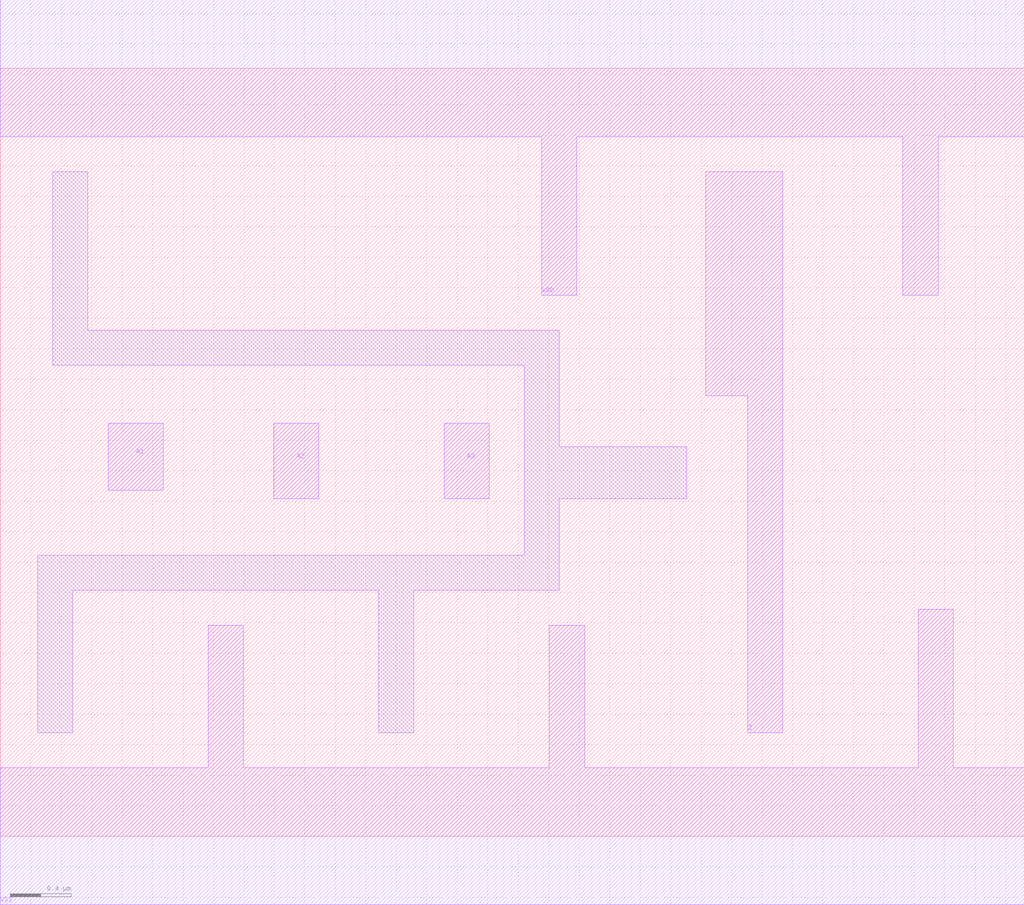
<source format=lef>
# Copyright 2022 GlobalFoundries PDK Authors
#
# Licensed under the Apache License, Version 2.0 (the "License");
# you may not use this file except in compliance with the License.
# You may obtain a copy of the License at
#
#      http://www.apache.org/licenses/LICENSE-2.0
#
# Unless required by applicable law or agreed to in writing, software
# distributed under the License is distributed on an "AS IS" BASIS,
# WITHOUT WARRANTIES OR CONDITIONS OF ANY KIND, either express or implied.
# See the License for the specific language governing permissions and
# limitations under the License.

MACRO gf180mcu_fd_sc_mcu9t5v0__or3_2
  CLASS core ;
  FOREIGN gf180mcu_fd_sc_mcu9t5v0__or3_2 0.0 0.0 ;
  ORIGIN 0 0 ;
  SYMMETRY X Y ;
  SITE GF018hv5v_green_sc9 ;
  SIZE 6.72 BY 5.04 ;
  PIN A1
    DIRECTION INPUT ;
    ANTENNAGATEAREA 1.545 ;
    PORT
      LAYER METAL1 ;
        POLYGON 0.71 2.27 1.07 2.27 1.07 2.71 0.71 2.71  ;
    END
  END A1
  PIN A2
    DIRECTION INPUT ;
    ANTENNAGATEAREA 1.545 ;
    PORT
      LAYER METAL1 ;
        POLYGON 1.795 2.215 2.09 2.215 2.09 2.71 1.795 2.71  ;
    END
  END A2
  PIN A3
    DIRECTION INPUT ;
    ANTENNAGATEAREA 1.545 ;
    PORT
      LAYER METAL1 ;
        POLYGON 2.915 2.215 3.21 2.215 3.21 2.71 2.915 2.71  ;
    END
  END A3
  PIN Z
    DIRECTION OUTPUT ;
    ANTENNADIFFAREA 1.7295 ;
    PORT
      LAYER METAL1 ;
        POLYGON 4.63 2.89 4.905 2.89 4.905 0.68 5.135 0.68 5.135 4.36 4.63 4.36  ;
    END
  END Z
  PIN VDD
    DIRECTION INOUT ;
    USE power ;
    SHAPE ABUTMENT ;
    PORT
      LAYER METAL1 ;
        POLYGON 0 4.59 3.555 4.59 3.555 3.55 3.785 3.55 3.785 4.59 4.505 4.59 5.925 4.59 5.925 3.55 6.155 3.55 6.155 4.59 6.72 4.59 6.72 5.49 4.505 5.49 0 5.49  ;
    END
  END VDD
  PIN VSS
    DIRECTION INOUT ;
    USE ground ;
    SHAPE ABUTMENT ;
    PORT
      LAYER METAL1 ;
        POLYGON 0 -0.45 6.72 -0.45 6.72 0.45 6.255 0.45 6.255 1.49 6.025 1.49 6.025 0.45 3.835 0.45 3.835 1.385 3.605 1.385 3.605 0.45 1.595 0.45 1.595 1.385 1.365 1.385 1.365 0.45 0 0.45  ;
    END
  END VSS
  OBS
      LAYER METAL1 ;
        POLYGON 0.345 3.09 3.44 3.09 3.44 1.845 0.245 1.845 0.245 0.68 0.475 0.68 0.475 1.615 2.485 1.615 2.485 0.68 2.715 0.68 2.715 1.615 3.67 1.615 3.67 2.215 4.505 2.215 4.505 2.555 3.67 2.555 3.67 3.32 0.575 3.32 0.575 4.36 0.345 4.36  ;
  END
END gf180mcu_fd_sc_mcu9t5v0__or3_2

</source>
